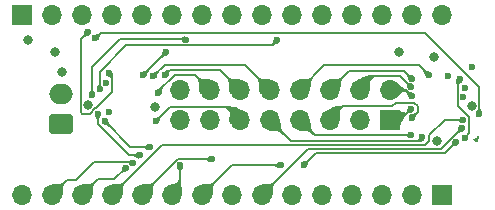
<source format=gbr>
%TF.GenerationSoftware,KiCad,Pcbnew,7.0.8*%
%TF.CreationDate,2023-11-26T17:58:30+01:00*%
%TF.ProjectId,LvL_shifter_shield,4c764c5f-7368-4696-9674-65725f736869,rev?*%
%TF.SameCoordinates,Original*%
%TF.FileFunction,Copper,L2,Inr*%
%TF.FilePolarity,Positive*%
%FSLAX46Y46*%
G04 Gerber Fmt 4.6, Leading zero omitted, Abs format (unit mm)*
G04 Created by KiCad (PCBNEW 7.0.8) date 2023-11-26 17:58:30*
%MOMM*%
%LPD*%
G01*
G04 APERTURE LIST*
G04 Aperture macros list*
%AMRoundRect*
0 Rectangle with rounded corners*
0 $1 Rounding radius*
0 $2 $3 $4 $5 $6 $7 $8 $9 X,Y pos of 4 corners*
0 Add a 4 corners polygon primitive as box body*
4,1,4,$2,$3,$4,$5,$6,$7,$8,$9,$2,$3,0*
0 Add four circle primitives for the rounded corners*
1,1,$1+$1,$2,$3*
1,1,$1+$1,$4,$5*
1,1,$1+$1,$6,$7*
1,1,$1+$1,$8,$9*
0 Add four rect primitives between the rounded corners*
20,1,$1+$1,$2,$3,$4,$5,0*
20,1,$1+$1,$4,$5,$6,$7,0*
20,1,$1+$1,$6,$7,$8,$9,0*
20,1,$1+$1,$8,$9,$2,$3,0*%
G04 Aperture macros list end*
%TA.AperFunction,ComponentPad*%
%ADD10RoundRect,0.250000X0.750000X-0.600000X0.750000X0.600000X-0.750000X0.600000X-0.750000X-0.600000X0*%
%TD*%
%TA.AperFunction,ComponentPad*%
%ADD11O,2.000000X1.700000*%
%TD*%
%TA.AperFunction,ComponentPad*%
%ADD12R,1.700000X1.700000*%
%TD*%
%TA.AperFunction,ComponentPad*%
%ADD13O,1.700000X1.700000*%
%TD*%
%TA.AperFunction,ViaPad*%
%ADD14C,0.800000*%
%TD*%
%TA.AperFunction,ViaPad*%
%ADD15C,0.600000*%
%TD*%
%TA.AperFunction,Conductor*%
%ADD16C,0.150000*%
%TD*%
G04 APERTURE END LIST*
D10*
%TO.N,GND*%
%TO.C,J1*%
X109296200Y-87310600D03*
D11*
%TO.N,Net-(J1-Pin_2)*%
X109296200Y-84810600D03*
%TD*%
D12*
%TO.N,/G1*%
%TO.C,J2*%
X137160000Y-86995000D03*
D13*
%TO.N,/R1*%
X137160000Y-84455000D03*
%TO.N,GND*%
X134620000Y-86995000D03*
%TO.N,/B1*%
X134620000Y-84455000D03*
%TO.N,/G2*%
X132080000Y-86995000D03*
%TO.N,/R2*%
X132080000Y-84455000D03*
%TO.N,/E*%
X129540000Y-86995000D03*
%TO.N,/B2*%
X129540000Y-84455000D03*
%TO.N,/B*%
X127000000Y-86995000D03*
%TO.N,/A*%
X127000000Y-84455000D03*
%TO.N,/D*%
X124460000Y-86995000D03*
%TO.N,/C*%
X124460000Y-84455000D03*
%TO.N,/LAT*%
X121920000Y-86995000D03*
%TO.N,/CLK*%
X121920000Y-84455000D03*
%TO.N,GND*%
X119380000Y-86995000D03*
%TO.N,/OE*%
X119380000Y-84455000D03*
%TD*%
D12*
%TO.N,/PB22*%
%TO.C,J4*%
X141605000Y-93345000D03*
D13*
%TO.N,/PB23*%
X139065000Y-93345000D03*
%TO.N,/RESET2*%
X136525000Y-93345000D03*
%TO.N,GND*%
X133985000Y-93345000D03*
%TO.N,/PB10*%
X131445000Y-93345000D03*
%TO.N,/PB11*%
X128905000Y-93345000D03*
%TO.N,/PA07*%
X126365000Y-93345000D03*
%TO.N,/PA05*%
X123825000Y-93345000D03*
%TO.N,/PA04*%
X121285000Y-93345000D03*
%TO.N,/PA06*%
X118745000Y-93345000D03*
%TO.N,/PA18*%
X116205000Y-93345000D03*
%TO.N,/PA20*%
X113665000Y-93345000D03*
%TO.N,/PA21*%
X111125000Y-93345000D03*
%TO.N,/PA16*%
X108585000Y-93345000D03*
%TO.N,/PA19*%
X106045000Y-93345000D03*
%TD*%
D12*
%TO.N,/PA17*%
%TO.C,J3*%
X106019600Y-78105000D03*
D13*
%TO.N,+3.3V*%
X108559600Y-78105000D03*
%TO.N,/PA03*%
X111099600Y-78105000D03*
%TO.N,/PA02*%
X113639600Y-78105000D03*
%TO.N,/PB02*%
X116179600Y-78105000D03*
%TO.N,/PA11*%
X118719600Y-78105000D03*
%TO.N,/PA10*%
X121259600Y-78105000D03*
%TO.N,/PB08*%
X123799600Y-78105000D03*
%TO.N,/PB09*%
X126339600Y-78105000D03*
%TO.N,/PA09*%
X128879600Y-78105000D03*
%TO.N,/PB03*%
X131419600Y-78105000D03*
%TO.N,+5V*%
X133959600Y-78105000D03*
%TO.N,/RESET*%
X136499600Y-78105000D03*
%TO.N,GND*%
X139039600Y-78105000D03*
%TO.N,/VIN*%
X141579600Y-78105000D03*
%TD*%
D14*
%TO.N,+5V*%
X117300798Y-85887100D03*
X140919200Y-81686400D03*
X141198600Y-88798400D03*
%TO.N,GND*%
X137936900Y-81280000D03*
X108839000Y-81280000D03*
%TO.N,+3.3V*%
X109448600Y-82931000D03*
D15*
X144094200Y-82473800D03*
D14*
X144094200Y-85852000D03*
X106502200Y-80213200D03*
X111658400Y-85699600D03*
D15*
%TO.N,/R1*%
X139014200Y-84963000D03*
%TO.N,/G1*%
X138988800Y-86049500D03*
%TO.N,/B1*%
X138988800Y-84201000D03*
%TO.N,/R2*%
X139014200Y-83489800D03*
%TO.N,/G2*%
X139014200Y-86791800D03*
%TO.N,/B2*%
X140462000Y-83176100D03*
%TO.N,/E*%
X138988800Y-88265000D03*
%TO.N,/A*%
X117144800Y-83312000D03*
%TO.N,/B*%
X139928600Y-88468200D03*
%TO.N,/C*%
X118160800Y-83185000D03*
%TO.N,/D*%
X117348000Y-87122000D03*
%TO.N,/CLK*%
X117584700Y-84685500D03*
%TO.N,/PA17*%
X144754600Y-86461600D03*
X112242600Y-80086200D03*
%TO.N,/PA02*%
X113436400Y-83032600D03*
X111601107Y-79578700D03*
%TO.N,/PA11*%
X116281200Y-83176100D03*
X113389665Y-86364065D03*
X118211600Y-81254600D03*
%TO.N,/PA10*%
X119913400Y-80195900D03*
X111963200Y-84886800D03*
%TO.N,/PA09*%
X127609600Y-80238600D03*
X112598200Y-84404200D03*
%TO.N,/PA07*%
X143256000Y-87706200D03*
%TO.N,/PA05*%
X116027200Y-89992200D03*
X113182400Y-83896200D03*
X112445800Y-86461600D03*
%TO.N,/PA04*%
X129870200Y-90830400D03*
X127939800Y-90830400D03*
X142753323Y-88879923D03*
%TO.N,/PA06*%
X119405400Y-90838500D03*
X113021900Y-87096600D03*
X116840000Y-89281000D03*
%TO.N,/PA18*%
X143560800Y-84302600D03*
X122097800Y-90297000D03*
%TO.N,/PA20*%
X143408400Y-86995000D03*
%TO.N,/PA21*%
X114833400Y-91033600D03*
X142138400Y-83261200D03*
%TO.N,/PA16*%
X143390377Y-85021177D03*
X115468400Y-90678000D03*
%TO.N,/PA19*%
X143078200Y-83540600D03*
X143510000Y-88493600D03*
%TD*%
D16*
%TO.N,GND*%
X119380000Y-86385400D02*
X119380000Y-86995000D01*
%TO.N,/R1*%
X138506200Y-84455000D02*
X137160000Y-84455000D01*
X139014200Y-84963000D02*
X138506200Y-84455000D01*
%TO.N,/G1*%
X138043300Y-86995000D02*
X137160000Y-86995000D01*
X138988800Y-86049500D02*
X138043300Y-86995000D01*
%TO.N,/B1*%
X135813800Y-83261200D02*
X134620000Y-84455000D01*
X138988800Y-84201000D02*
X138049000Y-83261200D01*
X138049000Y-83261200D02*
X135813800Y-83261200D01*
%TO.N,/R2*%
X139014200Y-83489800D02*
X138353800Y-82829400D01*
X133705600Y-82829400D02*
X132080000Y-84455000D01*
X138353800Y-82829400D02*
X133705600Y-82829400D01*
%TO.N,/G2*%
X139014200Y-86791800D02*
X139522200Y-86283800D01*
X139522200Y-86283800D02*
X139522200Y-85801200D01*
X137363200Y-85852000D02*
X133223000Y-85852000D01*
X139522200Y-85801200D02*
X139242800Y-85521800D01*
X137693400Y-85521800D02*
X137363200Y-85852000D01*
X133223000Y-85852000D02*
X132080000Y-86995000D01*
X139242800Y-85521800D02*
X137693400Y-85521800D01*
%TO.N,/B2*%
X140462000Y-83176100D02*
X139658100Y-82372200D01*
X131622800Y-82372200D02*
X129540000Y-84455000D01*
X139658100Y-82372200D02*
X131622800Y-82372200D01*
%TO.N,/E*%
X130810000Y-88265000D02*
X129540000Y-86995000D01*
X138988800Y-88265000D02*
X130810000Y-88265000D01*
%TO.N,/A*%
X117144800Y-83312000D02*
X118110000Y-82346800D01*
X124891800Y-82346800D02*
X127000000Y-84455000D01*
X118110000Y-82346800D02*
X124891800Y-82346800D01*
%TO.N,/B*%
X128803400Y-88798400D02*
X127000000Y-86995000D01*
X139598400Y-88798400D02*
X128803400Y-88798400D01*
X139928600Y-88468200D02*
X139598400Y-88798400D01*
%TO.N,/C*%
X118160800Y-83185000D02*
X118541800Y-82804000D01*
X122809000Y-82804000D02*
X124460000Y-84455000D01*
X118541800Y-82804000D02*
X122809000Y-82804000D01*
%TO.N,/D*%
X123342400Y-85877400D02*
X124460000Y-86995000D01*
X117348000Y-87122000D02*
X118592600Y-85877400D01*
X118592600Y-85877400D02*
X123342400Y-85877400D01*
%TO.N,/CLK*%
X117584700Y-84573900D02*
X118948200Y-83210400D01*
X120675400Y-83210400D02*
X121920000Y-84455000D01*
X117584700Y-84685500D02*
X117584700Y-84573900D01*
X118948200Y-83210400D02*
X120675400Y-83210400D01*
%TO.N,/PA17*%
X144754600Y-84213700D02*
X144754600Y-86461600D01*
X140144500Y-79603600D02*
X144754600Y-84213700D01*
X112725200Y-79603600D02*
X140144500Y-79603600D01*
X112242600Y-80086200D02*
X112725200Y-79603600D01*
%TO.N,/PA02*%
X113657400Y-84589600D02*
X113657400Y-83253600D01*
X111023400Y-86360000D02*
X111150400Y-86487000D01*
X111150400Y-86487000D02*
X111748648Y-86487000D01*
X112260400Y-85986600D02*
X113657400Y-84589600D01*
X111601107Y-79578700D02*
X111023400Y-80156407D01*
X113657400Y-83253600D02*
X113436400Y-83032600D01*
X111023400Y-80156407D02*
X111023400Y-86360000D01*
X112249048Y-85986600D02*
X112260400Y-85986600D01*
X111748648Y-86487000D02*
X112249048Y-85986600D01*
%TO.N,/PA11*%
X116290100Y-83176100D02*
X118211600Y-81254600D01*
X116281200Y-83176100D02*
X116290100Y-83176100D01*
X118331000Y-78493600D02*
X118719600Y-78105000D01*
X116366300Y-83176100D02*
X116281200Y-83176100D01*
X116281200Y-83176100D02*
X116281200Y-83159600D01*
%TO.N,/PA10*%
X111963200Y-82499200D02*
X111963200Y-84886800D01*
X119913400Y-80195900D02*
X119829100Y-80111600D01*
X119829100Y-80111600D02*
X114350800Y-80111600D01*
X114350800Y-80111600D02*
X111963200Y-82499200D01*
%TO.N,/PA09*%
X127177800Y-80670400D02*
X114858800Y-80670400D01*
X114858800Y-80670400D02*
X112598200Y-82931000D01*
X127609600Y-80238600D02*
X127177800Y-80670400D01*
X112598200Y-82931000D02*
X112598200Y-84404200D01*
%TO.N,/PA07*%
X130251200Y-89458800D02*
X126365000Y-93345000D01*
X141503400Y-89458800D02*
X130251200Y-89458800D01*
X143256000Y-87706200D02*
X141503400Y-89458800D01*
%TO.N,/PA05*%
X112445800Y-87325200D02*
X115112800Y-89992200D01*
X112445800Y-86461600D02*
X112445800Y-87325200D01*
X115112800Y-89992200D02*
X116027200Y-89992200D01*
%TO.N,/PA04*%
X123799600Y-90830400D02*
X121285000Y-93345000D01*
X127939800Y-90830400D02*
X123799600Y-90830400D01*
X141844246Y-89789000D02*
X142753323Y-88879923D01*
X129870200Y-90830400D02*
X130911600Y-89789000D01*
X130911600Y-89789000D02*
X141844246Y-89789000D01*
%TO.N,/PA06*%
X119405400Y-90838500D02*
X119405400Y-92684600D01*
X119405400Y-92684600D02*
X118745000Y-93345000D01*
X113021900Y-87096600D02*
X115206300Y-89281000D01*
X115206300Y-89281000D02*
X116840000Y-89281000D01*
%TO.N,/PA18*%
X119253000Y-90297000D02*
X116205000Y-93345000D01*
X122097800Y-90297000D02*
X119253000Y-90297000D01*
%TO.N,/PA20*%
X140512800Y-88747600D02*
X140157200Y-89103200D01*
X140157200Y-89103200D02*
X117906800Y-89103200D01*
X140512800Y-88290400D02*
X140512800Y-88747600D01*
X117906800Y-89103200D02*
X113665000Y-93345000D01*
X141808200Y-86995000D02*
X140512800Y-88290400D01*
X143408400Y-86995000D02*
X141808200Y-86995000D01*
%TO.N,/PA21*%
X114833400Y-91033600D02*
X113842800Y-92024200D01*
X112445800Y-92024200D02*
X111125000Y-93345000D01*
X113842800Y-92024200D02*
X112445800Y-92024200D01*
%TO.N,/PA16*%
X115349000Y-90558600D02*
X112158800Y-90558600D01*
X110642400Y-92075000D02*
X109855000Y-92075000D01*
X109855000Y-92075000D02*
X108585000Y-93345000D01*
X112158800Y-90558600D02*
X110642400Y-92075000D01*
X115468400Y-90678000D02*
X115349000Y-90558600D01*
%TO.N,/PA19*%
X142915377Y-85790777D02*
X142915377Y-83703423D01*
X142915377Y-83703423D02*
X143078200Y-83540600D01*
X143883400Y-88120200D02*
X143883400Y-86758800D01*
X143883400Y-86758800D02*
X142915377Y-85790777D01*
X143510000Y-88493600D02*
X143883400Y-88120200D01*
%TD*%
%TA.AperFunction,Conductor*%
%TO.N,/R2*%
G36*
X138651179Y-83019375D02*
G01*
X138741563Y-83095020D01*
X138741565Y-83095021D01*
X138741566Y-83095021D01*
X138741568Y-83095023D01*
X138824406Y-83134265D01*
X138906547Y-83152261D01*
X139002700Y-83170971D01*
X139003409Y-83171157D01*
X139117081Y-83208698D01*
X139123862Y-83214547D01*
X139124522Y-83223477D01*
X139124235Y-83224252D01*
X139016763Y-83485984D01*
X139010451Y-83492336D01*
X139010384Y-83492363D01*
X138748652Y-83599835D01*
X138739697Y-83599808D01*
X138733385Y-83593456D01*
X138733098Y-83592681D01*
X138695558Y-83479013D01*
X138695370Y-83478295D01*
X138676661Y-83382147D01*
X138658665Y-83300006D01*
X138619423Y-83217168D01*
X138619421Y-83217166D01*
X138619421Y-83217165D01*
X138619420Y-83217163D01*
X138543775Y-83126779D01*
X138541093Y-83118235D01*
X138544473Y-83110998D01*
X138635398Y-83020073D01*
X138643670Y-83016647D01*
X138651179Y-83019375D01*
G37*
%TD.AperFunction*%
%TD*%
%TA.AperFunction,Conductor*%
%TO.N,/PA06*%
G36*
X116729689Y-89014671D02*
G01*
X116730035Y-89015421D01*
X116839115Y-89276489D01*
X116839142Y-89285444D01*
X116839115Y-89285511D01*
X116730035Y-89546577D01*
X116723683Y-89552889D01*
X116714728Y-89552862D01*
X116713978Y-89552516D01*
X116648195Y-89519396D01*
X116607056Y-89498684D01*
X116606421Y-89498312D01*
X116525203Y-89443553D01*
X116454393Y-89398195D01*
X116368074Y-89367370D01*
X116368071Y-89367369D01*
X116368070Y-89367369D01*
X116345616Y-89365375D01*
X116250665Y-89356946D01*
X116242728Y-89352801D01*
X116240000Y-89345292D01*
X116240000Y-89216707D01*
X116243427Y-89208434D01*
X116250664Y-89205053D01*
X116368070Y-89194630D01*
X116454394Y-89163803D01*
X116525203Y-89118445D01*
X116606428Y-89063681D01*
X116607044Y-89063320D01*
X116713981Y-89009481D01*
X116722908Y-89008822D01*
X116729689Y-89014671D01*
G37*
%TD.AperFunction*%
%TD*%
%TA.AperFunction,Conductor*%
%TO.N,/PA19*%
G36*
X143081598Y-83543014D02*
G01*
X143281152Y-83743509D01*
X143284559Y-83751789D01*
X143281113Y-83760055D01*
X143280188Y-83760882D01*
X143199002Y-83826119D01*
X143197506Y-83827141D01*
X143150274Y-83854305D01*
X143116301Y-83873843D01*
X143050330Y-83917314D01*
X143006361Y-83980221D01*
X142991885Y-84075732D01*
X142987257Y-84083399D01*
X142980317Y-84085679D01*
X142851533Y-84085679D01*
X142843260Y-84082252D01*
X142839846Y-84074536D01*
X142839360Y-84064359D01*
X142833910Y-83949990D01*
X142818490Y-83854310D01*
X142800120Y-83772121D01*
X142800059Y-83771799D01*
X142795499Y-83743508D01*
X142784717Y-83676604D01*
X142784650Y-83675961D01*
X142778782Y-83552816D01*
X142781811Y-83544389D01*
X142789912Y-83540572D01*
X142790419Y-83540559D01*
X143073314Y-83539616D01*
X143081598Y-83543014D01*
G37*
%TD.AperFunction*%
%TD*%
%TA.AperFunction,Conductor*%
%TO.N,/A*%
G36*
X117523602Y-82842274D02*
G01*
X117614525Y-82933197D01*
X117617952Y-82941470D01*
X117615224Y-82948979D01*
X117539579Y-83039363D01*
X117539577Y-83039366D01*
X117539576Y-83039368D01*
X117524390Y-83071423D01*
X117500332Y-83122206D01*
X117482337Y-83204347D01*
X117463627Y-83300495D01*
X117463439Y-83301213D01*
X117425901Y-83414881D01*
X117420052Y-83421662D01*
X117411122Y-83422322D01*
X117410347Y-83422035D01*
X117148615Y-83314563D01*
X117142263Y-83308251D01*
X117142236Y-83308184D01*
X117065870Y-83122206D01*
X117034764Y-83046450D01*
X117034791Y-83037497D01*
X117041143Y-83031185D01*
X117041911Y-83030900D01*
X117155592Y-82993355D01*
X117156293Y-82993172D01*
X117252451Y-82974461D01*
X117334593Y-82956465D01*
X117417431Y-82917223D01*
X117507820Y-82841575D01*
X117516364Y-82838893D01*
X117523602Y-82842274D01*
G37*
%TD.AperFunction*%
%TD*%
%TA.AperFunction,Conductor*%
%TO.N,/PA06*%
G36*
X113296402Y-86986591D02*
G01*
X113302714Y-86992943D01*
X113303001Y-86993718D01*
X113340539Y-87107384D01*
X113340727Y-87108102D01*
X113359437Y-87204251D01*
X113377432Y-87286392D01*
X113390093Y-87313117D01*
X113416676Y-87369231D01*
X113416678Y-87369234D01*
X113416679Y-87369235D01*
X113492324Y-87459620D01*
X113495006Y-87468164D01*
X113491625Y-87475402D01*
X113400702Y-87566325D01*
X113392429Y-87569752D01*
X113384920Y-87567024D01*
X113294535Y-87491379D01*
X113294534Y-87491378D01*
X113294531Y-87491376D01*
X113238417Y-87464793D01*
X113211692Y-87452132D01*
X113129551Y-87434137D01*
X113033402Y-87415427D01*
X113032684Y-87415239D01*
X112919018Y-87377701D01*
X112912237Y-87371852D01*
X112911577Y-87362922D01*
X112911853Y-87362174D01*
X113019336Y-87100414D01*
X113025646Y-87094064D01*
X113287449Y-86986564D01*
X113296402Y-86986591D01*
G37*
%TD.AperFunction*%
%TD*%
%TA.AperFunction,Conductor*%
%TO.N,/PA18*%
G36*
X117361370Y-92097208D02*
G01*
X117452791Y-92188629D01*
X117456218Y-92196902D01*
X117453735Y-92204109D01*
X117229596Y-92490741D01*
X117143669Y-92745392D01*
X117126019Y-93000084D01*
X117100432Y-93293831D01*
X117100003Y-93296108D01*
X116993960Y-93657790D01*
X116988344Y-93664765D01*
X116979441Y-93665725D01*
X116978267Y-93665312D01*
X116208785Y-93347562D01*
X116202447Y-93341238D01*
X115884687Y-92571732D01*
X115884696Y-92562777D01*
X115891035Y-92556452D01*
X115892193Y-92556044D01*
X116253893Y-92449993D01*
X116256164Y-92449565D01*
X116549914Y-92423980D01*
X116804605Y-92406329D01*
X117059258Y-92320402D01*
X117345892Y-92096263D01*
X117354518Y-92093868D01*
X117361370Y-92097208D01*
G37*
%TD.AperFunction*%
%TD*%
%TA.AperFunction,Conductor*%
%TO.N,/PA04*%
G36*
X122441370Y-92097208D02*
G01*
X122532791Y-92188629D01*
X122536218Y-92196902D01*
X122533735Y-92204109D01*
X122309596Y-92490741D01*
X122223669Y-92745392D01*
X122206019Y-93000084D01*
X122180432Y-93293831D01*
X122180003Y-93296108D01*
X122073960Y-93657790D01*
X122068344Y-93664765D01*
X122059441Y-93665725D01*
X122058267Y-93665312D01*
X121288785Y-93347562D01*
X121282447Y-93341238D01*
X120964687Y-92571732D01*
X120964696Y-92562777D01*
X120971035Y-92556452D01*
X120972193Y-92556044D01*
X121333893Y-92449993D01*
X121336164Y-92449565D01*
X121629914Y-92423980D01*
X121884605Y-92406329D01*
X122139258Y-92320402D01*
X122425892Y-92096263D01*
X122434518Y-92093868D01*
X122441370Y-92097208D01*
G37*
%TD.AperFunction*%
%TD*%
%TA.AperFunction,Conductor*%
%TO.N,/PA17*%
G36*
X144827166Y-85865027D02*
G01*
X144830547Y-85872265D01*
X144840969Y-85989668D01*
X144840970Y-85989674D01*
X144871795Y-86075992D01*
X144871795Y-86075993D01*
X144917153Y-86146803D01*
X144971912Y-86228021D01*
X144972287Y-86228661D01*
X145026116Y-86335578D01*
X145026776Y-86344508D01*
X145020927Y-86351289D01*
X145020177Y-86351635D01*
X144759111Y-86460715D01*
X144750156Y-86460742D01*
X144750089Y-86460715D01*
X144489021Y-86351635D01*
X144482709Y-86345283D01*
X144482736Y-86336328D01*
X144483067Y-86335610D01*
X144536920Y-86228644D01*
X144537281Y-86228028D01*
X144592045Y-86146803D01*
X144637403Y-86075994D01*
X144668230Y-85989670D01*
X144678653Y-85872264D01*
X144682798Y-85864328D01*
X144690307Y-85861600D01*
X144818893Y-85861600D01*
X144827166Y-85865027D01*
G37*
%TD.AperFunction*%
%TD*%
%TA.AperFunction,Conductor*%
%TO.N,/E*%
G36*
X138878489Y-87998671D02*
G01*
X138878835Y-87999421D01*
X138987915Y-88260489D01*
X138987942Y-88269444D01*
X138987915Y-88269511D01*
X138878835Y-88530577D01*
X138872483Y-88536889D01*
X138863528Y-88536862D01*
X138862778Y-88536516D01*
X138796995Y-88503396D01*
X138755856Y-88482684D01*
X138755221Y-88482312D01*
X138674003Y-88427553D01*
X138603193Y-88382195D01*
X138516874Y-88351370D01*
X138516871Y-88351369D01*
X138516870Y-88351369D01*
X138494416Y-88349375D01*
X138399465Y-88340946D01*
X138391528Y-88336801D01*
X138388800Y-88329292D01*
X138388800Y-88200707D01*
X138392227Y-88192434D01*
X138399464Y-88189053D01*
X138516870Y-88178630D01*
X138603194Y-88147803D01*
X138674003Y-88102445D01*
X138755228Y-88047681D01*
X138755844Y-88047320D01*
X138862781Y-87993481D01*
X138871708Y-87992822D01*
X138878489Y-87998671D01*
G37*
%TD.AperFunction*%
%TD*%
%TA.AperFunction,Conductor*%
%TO.N,/PA10*%
G36*
X112035766Y-84290227D02*
G01*
X112039147Y-84297465D01*
X112049569Y-84414868D01*
X112049570Y-84414874D01*
X112080395Y-84501192D01*
X112080395Y-84501193D01*
X112125753Y-84572003D01*
X112180512Y-84653221D01*
X112180887Y-84653861D01*
X112234716Y-84760778D01*
X112235376Y-84769708D01*
X112229527Y-84776489D01*
X112228777Y-84776835D01*
X111967711Y-84885915D01*
X111958756Y-84885942D01*
X111958689Y-84885915D01*
X111697621Y-84776835D01*
X111691309Y-84770483D01*
X111691336Y-84761528D01*
X111691667Y-84760810D01*
X111745520Y-84653844D01*
X111745881Y-84653228D01*
X111800645Y-84572003D01*
X111846003Y-84501194D01*
X111876830Y-84414870D01*
X111887253Y-84297464D01*
X111891398Y-84289528D01*
X111898907Y-84286800D01*
X112027493Y-84286800D01*
X112035766Y-84290227D01*
G37*
%TD.AperFunction*%
%TD*%
%TA.AperFunction,Conductor*%
%TO.N,/PA21*%
G36*
X114567834Y-90923557D02*
G01*
X114769076Y-91006190D01*
X114829584Y-91031036D01*
X114835936Y-91037348D01*
X114835963Y-91037415D01*
X114943435Y-91299147D01*
X114943408Y-91308102D01*
X114937056Y-91314414D01*
X114936281Y-91314701D01*
X114822613Y-91352239D01*
X114821895Y-91352427D01*
X114725747Y-91371137D01*
X114643606Y-91389132D01*
X114594487Y-91412402D01*
X114560768Y-91428376D01*
X114560766Y-91428377D01*
X114560763Y-91428379D01*
X114470379Y-91504024D01*
X114461835Y-91506706D01*
X114454597Y-91503325D01*
X114363674Y-91412402D01*
X114360247Y-91404129D01*
X114362975Y-91396620D01*
X114438620Y-91306235D01*
X114438621Y-91306233D01*
X114438620Y-91306233D01*
X114438623Y-91306231D01*
X114477865Y-91223393D01*
X114495861Y-91141251D01*
X114514572Y-91045093D01*
X114514755Y-91044392D01*
X114552298Y-90930717D01*
X114558147Y-90923937D01*
X114567077Y-90923277D01*
X114567834Y-90923557D01*
G37*
%TD.AperFunction*%
%TD*%
%TA.AperFunction,Conductor*%
%TO.N,/PA11*%
G36*
X117946034Y-81144557D02*
G01*
X118147276Y-81227190D01*
X118207784Y-81252036D01*
X118214136Y-81258348D01*
X118214163Y-81258415D01*
X118321635Y-81520147D01*
X118321608Y-81529102D01*
X118315256Y-81535414D01*
X118314481Y-81535701D01*
X118200813Y-81573239D01*
X118200095Y-81573427D01*
X118103947Y-81592137D01*
X118021806Y-81610132D01*
X117972687Y-81633402D01*
X117938968Y-81649376D01*
X117938966Y-81649377D01*
X117938963Y-81649379D01*
X117848579Y-81725024D01*
X117840035Y-81727706D01*
X117832797Y-81724325D01*
X117741874Y-81633402D01*
X117738447Y-81625129D01*
X117741175Y-81617620D01*
X117816820Y-81527235D01*
X117816821Y-81527233D01*
X117816820Y-81527233D01*
X117816823Y-81527231D01*
X117856065Y-81444393D01*
X117874061Y-81362251D01*
X117892772Y-81266093D01*
X117892955Y-81265392D01*
X117930498Y-81151717D01*
X117936347Y-81144937D01*
X117945277Y-81144277D01*
X117946034Y-81144557D01*
G37*
%TD.AperFunction*%
%TD*%
%TA.AperFunction,Conductor*%
%TO.N,/A*%
G36*
X125859107Y-83206263D02*
G01*
X126145740Y-83430402D01*
X126400393Y-83516329D01*
X126655084Y-83533980D01*
X126948832Y-83559565D01*
X126951107Y-83559993D01*
X127312791Y-83666039D01*
X127319765Y-83671655D01*
X127320725Y-83680558D01*
X127320312Y-83681732D01*
X127002562Y-84451214D01*
X126996237Y-84457553D01*
X126996214Y-84457562D01*
X126226732Y-84775312D01*
X126217777Y-84775303D01*
X126211452Y-84768964D01*
X126211042Y-84767800D01*
X126104993Y-84406107D01*
X126104565Y-84403831D01*
X126078980Y-84110084D01*
X126061329Y-83855393D01*
X125975402Y-83600740D01*
X125751263Y-83314107D01*
X125748868Y-83305481D01*
X125752207Y-83298630D01*
X125843630Y-83207207D01*
X125851902Y-83203781D01*
X125859107Y-83206263D01*
G37*
%TD.AperFunction*%
%TD*%
%TA.AperFunction,Conductor*%
%TO.N,/PA10*%
G36*
X119803104Y-79929532D02*
G01*
X119803149Y-79929637D01*
X119912515Y-80191389D01*
X119912542Y-80200344D01*
X119912515Y-80200411D01*
X119803754Y-80460715D01*
X119797402Y-80467027D01*
X119788447Y-80467000D01*
X119787045Y-80466300D01*
X119680147Y-80403695D01*
X119677762Y-80401847D01*
X119603310Y-80326950D01*
X119603108Y-80326736D01*
X119585700Y-80307363D01*
X119540606Y-80257177D01*
X119459957Y-80206306D01*
X119459956Y-80206305D01*
X119459955Y-80206305D01*
X119340112Y-80188109D01*
X119332447Y-80183480D01*
X119330168Y-80176542D01*
X119330168Y-80047974D01*
X119333595Y-80039701D01*
X119341537Y-80036279D01*
X119450204Y-80033214D01*
X119513171Y-80024698D01*
X119535120Y-80021730D01*
X119535121Y-80021730D01*
X119535122Y-80021729D01*
X119535126Y-80021729D01*
X119606872Y-80000150D01*
X119687381Y-79966484D01*
X119787738Y-79923396D01*
X119796691Y-79923282D01*
X119803104Y-79929532D01*
G37*
%TD.AperFunction*%
%TD*%
%TA.AperFunction,Conductor*%
%TO.N,/PA11*%
G36*
X116663530Y-82711672D02*
G01*
X116754459Y-82802601D01*
X116757886Y-82810874D01*
X116755127Y-82818420D01*
X116679589Y-82907920D01*
X116639390Y-82989693D01*
X116639387Y-82989700D01*
X116620060Y-83070672D01*
X116600258Y-83165687D01*
X116600078Y-83166352D01*
X116562334Y-83279048D01*
X116556458Y-83285804D01*
X116547524Y-83286426D01*
X116546796Y-83286155D01*
X116285015Y-83178663D01*
X116278663Y-83172351D01*
X116278636Y-83172284D01*
X116171188Y-82910609D01*
X116171215Y-82901654D01*
X116177567Y-82895342D01*
X116178385Y-82895041D01*
X116292517Y-82857968D01*
X116293296Y-82857774D01*
X116390233Y-82840464D01*
X116473277Y-82824149D01*
X116556906Y-82786255D01*
X116647794Y-82710935D01*
X116656348Y-82708296D01*
X116663530Y-82711672D01*
G37*
%TD.AperFunction*%
%TD*%
%TA.AperFunction,Conductor*%
%TO.N,/PA18*%
G36*
X121987489Y-90030671D02*
G01*
X121987835Y-90031421D01*
X122096915Y-90292489D01*
X122096942Y-90301444D01*
X122096915Y-90301511D01*
X121987835Y-90562577D01*
X121981483Y-90568889D01*
X121972528Y-90568862D01*
X121971778Y-90568516D01*
X121905995Y-90535396D01*
X121864856Y-90514684D01*
X121864221Y-90514312D01*
X121783003Y-90459553D01*
X121712193Y-90414195D01*
X121625874Y-90383370D01*
X121625871Y-90383369D01*
X121625870Y-90383369D01*
X121603416Y-90381375D01*
X121508465Y-90372946D01*
X121500528Y-90368801D01*
X121497800Y-90361292D01*
X121497800Y-90232707D01*
X121501227Y-90224434D01*
X121508464Y-90221053D01*
X121625870Y-90210630D01*
X121712194Y-90179803D01*
X121783003Y-90134445D01*
X121864228Y-90079681D01*
X121864844Y-90079320D01*
X121971781Y-90025481D01*
X121980708Y-90024822D01*
X121987489Y-90030671D01*
G37*
%TD.AperFunction*%
%TD*%
%TA.AperFunction,Conductor*%
%TO.N,/R1*%
G36*
X137769278Y-83861315D02*
G01*
X138004237Y-84071136D01*
X138004238Y-84071137D01*
X138197144Y-84201999D01*
X138373127Y-84303998D01*
X138373456Y-84304204D01*
X138565892Y-84434747D01*
X138566494Y-84435216D01*
X138800173Y-84643895D01*
X138804061Y-84651961D01*
X138801107Y-84660414D01*
X138800653Y-84660894D01*
X138709878Y-84751669D01*
X138701605Y-84755096D01*
X138695469Y-84753358D01*
X138456905Y-84606430D01*
X138456903Y-84606429D01*
X138248781Y-84655631D01*
X138042069Y-84828930D01*
X137800708Y-85048680D01*
X137798900Y-85050032D01*
X137496934Y-85233227D01*
X137488083Y-85234588D01*
X137480862Y-85229293D01*
X137480061Y-85227712D01*
X137162293Y-84461526D01*
X137162289Y-84452571D01*
X137164834Y-84448764D01*
X137753223Y-83861758D01*
X137761499Y-83858342D01*
X137769278Y-83861315D01*
G37*
%TD.AperFunction*%
%TD*%
%TA.AperFunction,Conductor*%
%TO.N,/PA05*%
G36*
X115916889Y-89725871D02*
G01*
X115917235Y-89726621D01*
X116026315Y-89987689D01*
X116026342Y-89996644D01*
X116026315Y-89996711D01*
X115917235Y-90257777D01*
X115910883Y-90264089D01*
X115901928Y-90264062D01*
X115901178Y-90263716D01*
X115835395Y-90230596D01*
X115794256Y-90209884D01*
X115793621Y-90209512D01*
X115712403Y-90154753D01*
X115641593Y-90109395D01*
X115555274Y-90078570D01*
X115555271Y-90078569D01*
X115555270Y-90078569D01*
X115532816Y-90076575D01*
X115437865Y-90068146D01*
X115429928Y-90064001D01*
X115427200Y-90056492D01*
X115427200Y-89927907D01*
X115430627Y-89919634D01*
X115437864Y-89916253D01*
X115555270Y-89905830D01*
X115641594Y-89875003D01*
X115712403Y-89829645D01*
X115793628Y-89774881D01*
X115794244Y-89774520D01*
X115901181Y-89720681D01*
X115910108Y-89720022D01*
X115916889Y-89725871D01*
G37*
%TD.AperFunction*%
%TD*%
%TA.AperFunction,Conductor*%
%TO.N,/PA06*%
G36*
X119600191Y-90918887D02*
G01*
X119670977Y-90948464D01*
X119677289Y-90954816D01*
X119677262Y-90963771D01*
X119676916Y-90964521D01*
X119623087Y-91071437D01*
X119622712Y-91072077D01*
X119567953Y-91153296D01*
X119522595Y-91224104D01*
X119522595Y-91224105D01*
X119491770Y-91310423D01*
X119491769Y-91310429D01*
X119481347Y-91427835D01*
X119477202Y-91435772D01*
X119469693Y-91438500D01*
X119341107Y-91438500D01*
X119332834Y-91435073D01*
X119329453Y-91427835D01*
X119319030Y-91310428D01*
X119288203Y-91224104D01*
X119242845Y-91153296D01*
X119188086Y-91072077D01*
X119187716Y-91071447D01*
X119133881Y-90964518D01*
X119133222Y-90955591D01*
X119139071Y-90948810D01*
X119139808Y-90948469D01*
X119400890Y-90839383D01*
X119409844Y-90839357D01*
X119600191Y-90918887D01*
G37*
%TD.AperFunction*%
%TD*%
%TA.AperFunction,Conductor*%
%TO.N,/PA07*%
G36*
X142990434Y-87596157D02*
G01*
X143191676Y-87678790D01*
X143252184Y-87703636D01*
X143258536Y-87709948D01*
X143258563Y-87710015D01*
X143366035Y-87971747D01*
X143366008Y-87980702D01*
X143359656Y-87987014D01*
X143358881Y-87987301D01*
X143245213Y-88024839D01*
X143244495Y-88025027D01*
X143148347Y-88043737D01*
X143066206Y-88061732D01*
X143017087Y-88085002D01*
X142983368Y-88100976D01*
X142983366Y-88100977D01*
X142983363Y-88100979D01*
X142892979Y-88176624D01*
X142884435Y-88179306D01*
X142877197Y-88175925D01*
X142786274Y-88085002D01*
X142782847Y-88076729D01*
X142785575Y-88069220D01*
X142861220Y-87978835D01*
X142861221Y-87978833D01*
X142861220Y-87978833D01*
X142861223Y-87978831D01*
X142900465Y-87895993D01*
X142918461Y-87813851D01*
X142937172Y-87717693D01*
X142937355Y-87716992D01*
X142974898Y-87603317D01*
X142980747Y-87596537D01*
X142989677Y-87595877D01*
X142990434Y-87596157D01*
G37*
%TD.AperFunction*%
%TD*%
%TA.AperFunction,Conductor*%
%TO.N,/PA16*%
G36*
X115464360Y-90381745D02*
G01*
X115468407Y-90389733D01*
X115468441Y-90390585D01*
X115469383Y-90673114D01*
X115465984Y-90681399D01*
X115465937Y-90681446D01*
X115265080Y-90881361D01*
X115256798Y-90884768D01*
X115248533Y-90881322D01*
X115248048Y-90880803D01*
X115243355Y-90875477D01*
X115179801Y-90803349D01*
X115179583Y-90803085D01*
X115124981Y-90732071D01*
X115072370Y-90678725D01*
X115002072Y-90645221D01*
X115002070Y-90645220D01*
X114904752Y-90634726D01*
X114896894Y-90630431D01*
X114894306Y-90623093D01*
X114894306Y-90494440D01*
X114897733Y-90486167D01*
X114905114Y-90482774D01*
X115038067Y-90472617D01*
X115138414Y-90446428D01*
X115224047Y-90415259D01*
X115224527Y-90415108D01*
X115323631Y-90389244D01*
X115325676Y-90388902D01*
X115455851Y-90378958D01*
X115464360Y-90381745D01*
G37*
%TD.AperFunction*%
%TD*%
%TA.AperFunction,Conductor*%
%TO.N,/PA04*%
G36*
X142487757Y-88769880D02*
G01*
X142688999Y-88852513D01*
X142749507Y-88877359D01*
X142755859Y-88883671D01*
X142755886Y-88883738D01*
X142863358Y-89145470D01*
X142863331Y-89154425D01*
X142856979Y-89160737D01*
X142856204Y-89161024D01*
X142742536Y-89198562D01*
X142741818Y-89198750D01*
X142645670Y-89217460D01*
X142563529Y-89235455D01*
X142514410Y-89258725D01*
X142480691Y-89274699D01*
X142480689Y-89274700D01*
X142480686Y-89274702D01*
X142390302Y-89350347D01*
X142381758Y-89353029D01*
X142374520Y-89349648D01*
X142283597Y-89258725D01*
X142280170Y-89250452D01*
X142282898Y-89242943D01*
X142358543Y-89152558D01*
X142358544Y-89152556D01*
X142358543Y-89152556D01*
X142358546Y-89152554D01*
X142397788Y-89069716D01*
X142415784Y-88987574D01*
X142434495Y-88891416D01*
X142434678Y-88890715D01*
X142472221Y-88777040D01*
X142478070Y-88770260D01*
X142487000Y-88769600D01*
X142487757Y-88769880D01*
G37*
%TD.AperFunction*%
%TD*%
%TA.AperFunction,Conductor*%
%TO.N,/PA07*%
G36*
X127521370Y-92097208D02*
G01*
X127612791Y-92188629D01*
X127616218Y-92196902D01*
X127613735Y-92204109D01*
X127389596Y-92490741D01*
X127303669Y-92745392D01*
X127286019Y-93000084D01*
X127260432Y-93293831D01*
X127260003Y-93296108D01*
X127153960Y-93657790D01*
X127148344Y-93664765D01*
X127139441Y-93665725D01*
X127138267Y-93665312D01*
X126368785Y-93347562D01*
X126362447Y-93341238D01*
X126044687Y-92571732D01*
X126044696Y-92562777D01*
X126051035Y-92556452D01*
X126052193Y-92556044D01*
X126413893Y-92449993D01*
X126416164Y-92449565D01*
X126709914Y-92423980D01*
X126964605Y-92406329D01*
X127219258Y-92320402D01*
X127505892Y-92096263D01*
X127514518Y-92093868D01*
X127521370Y-92097208D01*
G37*
%TD.AperFunction*%
%TD*%
%TA.AperFunction,Conductor*%
%TO.N,/C*%
G36*
X123319107Y-83206263D02*
G01*
X123605740Y-83430402D01*
X123860393Y-83516329D01*
X124115084Y-83533980D01*
X124408832Y-83559565D01*
X124411107Y-83559993D01*
X124772791Y-83666039D01*
X124779765Y-83671655D01*
X124780725Y-83680558D01*
X124780312Y-83681732D01*
X124462562Y-84451214D01*
X124456237Y-84457553D01*
X124456214Y-84457562D01*
X123686732Y-84775312D01*
X123677777Y-84775303D01*
X123671452Y-84768964D01*
X123671042Y-84767800D01*
X123564993Y-84406107D01*
X123564565Y-84403831D01*
X123538980Y-84110084D01*
X123521329Y-83855393D01*
X123435402Y-83600740D01*
X123211263Y-83314107D01*
X123208868Y-83305481D01*
X123212207Y-83298630D01*
X123303630Y-83207207D01*
X123311902Y-83203781D01*
X123319107Y-83206263D01*
G37*
%TD.AperFunction*%
%TD*%
%TA.AperFunction,Conductor*%
%TO.N,/B*%
G36*
X139663758Y-88358480D02*
G01*
X139925094Y-88466340D01*
X139931433Y-88472663D01*
X139931452Y-88472710D01*
X140038979Y-88734586D01*
X140038952Y-88743541D01*
X140032646Y-88749834D01*
X139906688Y-88802180D01*
X139807362Y-88839251D01*
X139806712Y-88839450D01*
X139778672Y-88846244D01*
X139718766Y-88860759D01*
X139717120Y-88861035D01*
X139613132Y-88870937D01*
X139612678Y-88870962D01*
X139550086Y-88871998D01*
X139477267Y-88873203D01*
X139468938Y-88869914D01*
X139465375Y-88861699D01*
X139465373Y-88861505D01*
X139465373Y-88732802D01*
X139468800Y-88724529D01*
X139474554Y-88721376D01*
X139556633Y-88703285D01*
X139597501Y-88648256D01*
X139611345Y-88566283D01*
X139621440Y-88466268D01*
X139621774Y-88464437D01*
X139647995Y-88366276D01*
X139653440Y-88359169D01*
X139662317Y-88357993D01*
X139663758Y-88358480D01*
G37*
%TD.AperFunction*%
%TD*%
%TA.AperFunction,Conductor*%
%TO.N,/PA21*%
G36*
X112281370Y-92097208D02*
G01*
X112372791Y-92188629D01*
X112376218Y-92196902D01*
X112373735Y-92204109D01*
X112149596Y-92490741D01*
X112063669Y-92745392D01*
X112046019Y-93000084D01*
X112020432Y-93293831D01*
X112020003Y-93296108D01*
X111913960Y-93657790D01*
X111908344Y-93664765D01*
X111899441Y-93665725D01*
X111898267Y-93665312D01*
X111128785Y-93347562D01*
X111122447Y-93341238D01*
X110804687Y-92571732D01*
X110804696Y-92562777D01*
X110811035Y-92556452D01*
X110812193Y-92556044D01*
X111173893Y-92449993D01*
X111176164Y-92449565D01*
X111469914Y-92423980D01*
X111724605Y-92406329D01*
X111979258Y-92320402D01*
X112265892Y-92096263D01*
X112274518Y-92093868D01*
X112281370Y-92097208D01*
G37*
%TD.AperFunction*%
%TD*%
%TA.AperFunction,Conductor*%
%TO.N,/G2*%
G36*
X133302803Y-85780573D02*
G01*
X133306546Y-85788708D01*
X133306555Y-85789159D01*
X133306555Y-85918016D01*
X133303128Y-85926289D01*
X133297876Y-85929319D01*
X133006905Y-86007088D01*
X133006903Y-86007089D01*
X132916087Y-86223000D01*
X132930972Y-86538194D01*
X132948352Y-86914673D01*
X132948124Y-86917570D01*
X132868149Y-87306415D01*
X132863126Y-87313828D01*
X132854332Y-87315518D01*
X132852216Y-87314869D01*
X132083487Y-86996856D01*
X132077153Y-86990527D01*
X132077146Y-86990511D01*
X132045829Y-86914673D01*
X131759077Y-86220255D01*
X131759086Y-86211301D01*
X131765162Y-86205088D01*
X132124553Y-86046329D01*
X132390234Y-85924332D01*
X132390713Y-85924137D01*
X132625721Y-85840862D01*
X132627627Y-85840365D01*
X132906920Y-85792471D01*
X132907676Y-85792393D01*
X133294406Y-85777468D01*
X133302803Y-85780573D01*
G37*
%TD.AperFunction*%
%TD*%
%TA.AperFunction,Conductor*%
%TO.N,/B1*%
G36*
X135821641Y-83189835D02*
G01*
X135825497Y-83197917D01*
X135825513Y-83198530D01*
X135825513Y-83327273D01*
X135822086Y-83335546D01*
X135816904Y-83338557D01*
X135520673Y-83419687D01*
X135520673Y-83419688D01*
X135435615Y-83644430D01*
X135460958Y-83971833D01*
X135487210Y-84361779D01*
X135487016Y-84364823D01*
X135408054Y-84766268D01*
X135403095Y-84773724D01*
X135394316Y-84775490D01*
X135392101Y-84774821D01*
X134623487Y-84456856D01*
X134617153Y-84450527D01*
X134617146Y-84450511D01*
X134581762Y-84364823D01*
X134299016Y-83680107D01*
X134299025Y-83671155D01*
X134304952Y-83665009D01*
X134519348Y-83566703D01*
X134661632Y-83501463D01*
X134922561Y-83366908D01*
X134922938Y-83366730D01*
X135152486Y-83268358D01*
X135154565Y-83267690D01*
X135428334Y-83207203D01*
X135430231Y-83206945D01*
X135813200Y-83186846D01*
X135821641Y-83189835D01*
G37*
%TD.AperFunction*%
%TD*%
%TA.AperFunction,Conductor*%
%TO.N,/CLK*%
G36*
X120779107Y-83206263D02*
G01*
X121065740Y-83430402D01*
X121320393Y-83516329D01*
X121575084Y-83533980D01*
X121868832Y-83559565D01*
X121871107Y-83559993D01*
X122232791Y-83666039D01*
X122239765Y-83671655D01*
X122240725Y-83680558D01*
X122240312Y-83681732D01*
X121922562Y-84451214D01*
X121916237Y-84457553D01*
X121916214Y-84457562D01*
X121146732Y-84775312D01*
X121137777Y-84775303D01*
X121131452Y-84768964D01*
X121131042Y-84767800D01*
X121024993Y-84406107D01*
X121024565Y-84403831D01*
X120998980Y-84110084D01*
X120981329Y-83855393D01*
X120895402Y-83600740D01*
X120671263Y-83314107D01*
X120668868Y-83305481D01*
X120672207Y-83298630D01*
X120763630Y-83207207D01*
X120771902Y-83203781D01*
X120779107Y-83206263D01*
G37*
%TD.AperFunction*%
%TD*%
%TA.AperFunction,Conductor*%
%TO.N,/PA09*%
G36*
X112670766Y-83807627D02*
G01*
X112674147Y-83814865D01*
X112684569Y-83932268D01*
X112684570Y-83932274D01*
X112715395Y-84018592D01*
X112715395Y-84018593D01*
X112760753Y-84089403D01*
X112815512Y-84170621D01*
X112815887Y-84171261D01*
X112869716Y-84278178D01*
X112870376Y-84287108D01*
X112864527Y-84293889D01*
X112863777Y-84294235D01*
X112602711Y-84403315D01*
X112593756Y-84403342D01*
X112593689Y-84403315D01*
X112332621Y-84294235D01*
X112326309Y-84287883D01*
X112326336Y-84278928D01*
X112326667Y-84278210D01*
X112380520Y-84171244D01*
X112380881Y-84170628D01*
X112435645Y-84089403D01*
X112481003Y-84018594D01*
X112511830Y-83932270D01*
X112522253Y-83814864D01*
X112526398Y-83806928D01*
X112533907Y-83804200D01*
X112662493Y-83804200D01*
X112670766Y-83807627D01*
G37*
%TD.AperFunction*%
%TD*%
%TA.AperFunction,Conductor*%
%TO.N,/PA06*%
G36*
X119477360Y-91921973D02*
G01*
X119480780Y-91929853D01*
X119492318Y-92272967D01*
X119492318Y-92272966D01*
X119520739Y-92523693D01*
X119554660Y-92739852D01*
X119583055Y-92990357D01*
X119583089Y-92990819D01*
X119594593Y-93332921D01*
X119591447Y-93341304D01*
X119583293Y-93345007D01*
X119582914Y-93345014D01*
X118749859Y-93345994D01*
X118741583Y-93342577D01*
X118154040Y-92754057D01*
X118150621Y-92745782D01*
X118154055Y-92737512D01*
X118155830Y-92736058D01*
X118462052Y-92532278D01*
X118465325Y-92530769D01*
X118782336Y-92440788D01*
X119059939Y-92374112D01*
X119256065Y-92232834D01*
X119328270Y-91927553D01*
X119333509Y-91920291D01*
X119339656Y-91918546D01*
X119469087Y-91918546D01*
X119477360Y-91921973D01*
G37*
%TD.AperFunction*%
%TD*%
%TA.AperFunction,Conductor*%
%TO.N,/PA16*%
G36*
X109741370Y-92097208D02*
G01*
X109832791Y-92188629D01*
X109836218Y-92196902D01*
X109833735Y-92204109D01*
X109609596Y-92490741D01*
X109523669Y-92745392D01*
X109506019Y-93000084D01*
X109480432Y-93293831D01*
X109480003Y-93296108D01*
X109373960Y-93657790D01*
X109368344Y-93664765D01*
X109359441Y-93665725D01*
X109358267Y-93665312D01*
X108588785Y-93347562D01*
X108582447Y-93341238D01*
X108264687Y-92571732D01*
X108264696Y-92562777D01*
X108271035Y-92556452D01*
X108272193Y-92556044D01*
X108633893Y-92449993D01*
X108636164Y-92449565D01*
X108929914Y-92423980D01*
X109184605Y-92406329D01*
X109439258Y-92320402D01*
X109725892Y-92096263D01*
X109734518Y-92093868D01*
X109741370Y-92097208D01*
G37*
%TD.AperFunction*%
%TD*%
%TA.AperFunction,Conductor*%
%TO.N,/PA02*%
G36*
X113724700Y-83032561D02*
G01*
X113732962Y-83036015D01*
X113736361Y-83044300D01*
X113735984Y-83158699D01*
X113734992Y-83248187D01*
X113733808Y-83325471D01*
X113732816Y-83414959D01*
X113732438Y-83529398D01*
X113728984Y-83537659D01*
X113720738Y-83541059D01*
X113591937Y-83541059D01*
X113583664Y-83537632D01*
X113580477Y-83531718D01*
X113579999Y-83529398D01*
X113560931Y-83436770D01*
X113503668Y-83383678D01*
X113503666Y-83383677D01*
X113503665Y-83383676D01*
X113421326Y-83353099D01*
X113326030Y-83316880D01*
X113323391Y-83315467D01*
X113235489Y-83252739D01*
X113230745Y-83245144D01*
X113232761Y-83236419D01*
X113233985Y-83234968D01*
X113432955Y-83035061D01*
X113441217Y-83031616D01*
X113724700Y-83032561D01*
G37*
%TD.AperFunction*%
%TD*%
%TA.AperFunction,Conductor*%
%TO.N,/R2*%
G36*
X133236370Y-83207208D02*
G01*
X133327791Y-83298629D01*
X133331218Y-83306902D01*
X133328735Y-83314109D01*
X133104596Y-83600741D01*
X133018669Y-83855392D01*
X133001019Y-84110084D01*
X132975432Y-84403831D01*
X132975003Y-84406108D01*
X132868960Y-84767790D01*
X132863344Y-84774765D01*
X132854441Y-84775725D01*
X132853267Y-84775312D01*
X132083785Y-84457562D01*
X132077447Y-84451238D01*
X131759687Y-83681732D01*
X131759696Y-83672777D01*
X131766035Y-83666452D01*
X131767193Y-83666044D01*
X132128893Y-83559993D01*
X132131164Y-83559565D01*
X132424914Y-83533980D01*
X132679605Y-83516329D01*
X132934258Y-83430402D01*
X133220892Y-83206263D01*
X133229518Y-83203868D01*
X133236370Y-83207208D01*
G37*
%TD.AperFunction*%
%TD*%
%TA.AperFunction,Conductor*%
%TO.N,/PA04*%
G36*
X127829489Y-90564071D02*
G01*
X127829835Y-90564821D01*
X127938915Y-90825889D01*
X127938942Y-90834844D01*
X127938915Y-90834911D01*
X127829835Y-91095977D01*
X127823483Y-91102289D01*
X127814528Y-91102262D01*
X127813778Y-91101916D01*
X127747995Y-91068796D01*
X127706856Y-91048084D01*
X127706221Y-91047712D01*
X127625003Y-90992953D01*
X127554193Y-90947595D01*
X127467874Y-90916770D01*
X127467871Y-90916769D01*
X127467870Y-90916769D01*
X127445416Y-90914775D01*
X127350465Y-90906346D01*
X127342528Y-90902201D01*
X127339800Y-90894692D01*
X127339800Y-90766107D01*
X127343227Y-90757834D01*
X127350464Y-90754453D01*
X127467870Y-90744030D01*
X127554194Y-90713203D01*
X127625003Y-90667845D01*
X127706228Y-90613081D01*
X127706844Y-90612720D01*
X127813781Y-90558881D01*
X127822708Y-90558222D01*
X127829489Y-90564071D01*
G37*
%TD.AperFunction*%
%TD*%
%TA.AperFunction,Conductor*%
%TO.N,/PA09*%
G36*
X127344034Y-80128557D02*
G01*
X127545276Y-80211190D01*
X127605784Y-80236036D01*
X127612136Y-80242348D01*
X127612163Y-80242415D01*
X127719635Y-80504147D01*
X127719608Y-80513102D01*
X127713256Y-80519414D01*
X127712481Y-80519701D01*
X127598813Y-80557239D01*
X127598095Y-80557427D01*
X127501947Y-80576137D01*
X127419806Y-80594132D01*
X127370687Y-80617402D01*
X127336968Y-80633376D01*
X127336966Y-80633377D01*
X127336963Y-80633379D01*
X127246579Y-80709024D01*
X127238035Y-80711706D01*
X127230797Y-80708325D01*
X127139874Y-80617402D01*
X127136447Y-80609129D01*
X127139175Y-80601620D01*
X127214820Y-80511235D01*
X127214821Y-80511233D01*
X127214820Y-80511233D01*
X127214823Y-80511231D01*
X127254065Y-80428393D01*
X127272061Y-80346251D01*
X127290772Y-80250093D01*
X127290955Y-80249392D01*
X127328498Y-80135717D01*
X127334347Y-80128937D01*
X127343277Y-80128277D01*
X127344034Y-80128557D01*
G37*
%TD.AperFunction*%
%TD*%
%TA.AperFunction,Conductor*%
%TO.N,/G1*%
G36*
X138018063Y-86150772D02*
G01*
X138121552Y-86224857D01*
X138121558Y-86224860D01*
X138121559Y-86224861D01*
X138233096Y-86286729D01*
X138233102Y-86286732D01*
X138233104Y-86286733D01*
X138258515Y-86296732D01*
X138344644Y-86330624D01*
X138344648Y-86330625D01*
X138344656Y-86330628D01*
X138456208Y-86356541D01*
X138563406Y-86364163D01*
X138570849Y-86367561D01*
X138665864Y-86462576D01*
X138669291Y-86470849D01*
X138666174Y-86478800D01*
X138541063Y-86613851D01*
X138541057Y-86613859D01*
X138408297Y-86795781D01*
X138275530Y-87016326D01*
X138142765Y-87275482D01*
X138142761Y-87275491D01*
X138015692Y-87560484D01*
X138009193Y-87566644D01*
X138000241Y-87566405D01*
X137998434Y-87565399D01*
X137991194Y-87560484D01*
X137189669Y-87016329D01*
X137170999Y-87003654D01*
X137166079Y-86996172D01*
X137167891Y-86987402D01*
X137169293Y-86985706D01*
X138002985Y-86152014D01*
X138011257Y-86148588D01*
X138018063Y-86150772D01*
G37*
%TD.AperFunction*%
%TD*%
%TA.AperFunction,Conductor*%
%TO.N,/CLK*%
G36*
X117897041Y-84171511D02*
G01*
X117987958Y-84262428D01*
X117991385Y-84270701D01*
X117989080Y-84277674D01*
X117917002Y-84374786D01*
X117917001Y-84374789D01*
X117894776Y-84467162D01*
X117898269Y-84559866D01*
X117898273Y-84560137D01*
X117897365Y-84665142D01*
X117896973Y-84668043D01*
X117865284Y-84787420D01*
X117859850Y-84794537D01*
X117850974Y-84795726D01*
X117849532Y-84795241D01*
X117588515Y-84688063D01*
X117582163Y-84681751D01*
X117582136Y-84681684D01*
X117532115Y-84559866D01*
X117474401Y-84419309D01*
X117474428Y-84410356D01*
X117480780Y-84404044D01*
X117480897Y-84403996D01*
X117505795Y-84394176D01*
X117583113Y-84363683D01*
X117616452Y-84350540D01*
X117664872Y-84331456D01*
X117731934Y-84297072D01*
X117801066Y-84245948D01*
X117880769Y-84171246D01*
X117889147Y-84168090D01*
X117897041Y-84171511D01*
G37*
%TD.AperFunction*%
%TD*%
%TA.AperFunction,Conductor*%
%TO.N,/C*%
G36*
X118599096Y-82732644D02*
G01*
X118602968Y-82740718D01*
X118602985Y-82741354D01*
X118602985Y-82869847D01*
X118599558Y-82878120D01*
X118594101Y-82881203D01*
X118507339Y-82902718D01*
X118472172Y-82966985D01*
X118472172Y-82966988D01*
X118468324Y-83061480D01*
X118466658Y-83174614D01*
X118466358Y-83177079D01*
X118441073Y-83286363D01*
X118435869Y-83293651D01*
X118427037Y-83295125D01*
X118425210Y-83294541D01*
X118345671Y-83261713D01*
X118164305Y-83186859D01*
X118157967Y-83180537D01*
X118050255Y-82918210D01*
X118050282Y-82909256D01*
X118056180Y-82903141D01*
X118128421Y-82869847D01*
X118179601Y-82846259D01*
X118274378Y-82796623D01*
X118274740Y-82796449D01*
X118357380Y-82760157D01*
X118359470Y-82759467D01*
X118457708Y-82737074D01*
X118459667Y-82736799D01*
X118590649Y-82729671D01*
X118599096Y-82732644D01*
G37*
%TD.AperFunction*%
%TD*%
%TA.AperFunction,Conductor*%
%TO.N,/R1*%
G36*
X138651179Y-84492575D02*
G01*
X138741563Y-84568220D01*
X138741565Y-84568221D01*
X138741566Y-84568221D01*
X138741568Y-84568223D01*
X138824406Y-84607465D01*
X138906547Y-84625461D01*
X139002700Y-84644171D01*
X139003409Y-84644357D01*
X139117081Y-84681898D01*
X139123862Y-84687747D01*
X139124522Y-84696677D01*
X139124235Y-84697452D01*
X139016763Y-84959184D01*
X139010451Y-84965536D01*
X139010384Y-84965563D01*
X138748652Y-85073035D01*
X138739697Y-85073008D01*
X138733385Y-85066656D01*
X138733098Y-85065881D01*
X138695558Y-84952213D01*
X138695370Y-84951495D01*
X138676661Y-84855347D01*
X138658665Y-84773206D01*
X138619423Y-84690368D01*
X138619421Y-84690366D01*
X138619421Y-84690365D01*
X138619420Y-84690363D01*
X138543775Y-84599979D01*
X138541093Y-84591435D01*
X138544473Y-84584198D01*
X138635398Y-84493273D01*
X138643670Y-84489847D01*
X138651179Y-84492575D01*
G37*
%TD.AperFunction*%
%TD*%
%TA.AperFunction,Conductor*%
%TO.N,/B*%
G36*
X127782222Y-86674696D02*
G01*
X127788547Y-86681035D01*
X127788960Y-86682209D01*
X127895003Y-87043890D01*
X127895432Y-87046167D01*
X127921019Y-87339914D01*
X127938669Y-87594605D01*
X128024597Y-87849258D01*
X128248735Y-88135890D01*
X128251131Y-88144518D01*
X128247791Y-88151370D01*
X128156370Y-88242791D01*
X128148097Y-88246218D01*
X128140890Y-88243735D01*
X128014009Y-88144518D01*
X127854258Y-88019597D01*
X127599605Y-87933669D01*
X127344914Y-87916019D01*
X127051167Y-87890432D01*
X127048890Y-87890003D01*
X126687209Y-87783960D01*
X126680234Y-87778344D01*
X126679274Y-87769441D01*
X126679687Y-87768267D01*
X126751399Y-87594605D01*
X126997438Y-86998783D01*
X127003759Y-86992448D01*
X127773267Y-86674687D01*
X127782222Y-86674696D01*
G37*
%TD.AperFunction*%
%TD*%
%TA.AperFunction,Conductor*%
%TO.N,/PA17*%
G36*
X112621402Y-79616474D02*
G01*
X112712325Y-79707397D01*
X112715752Y-79715670D01*
X112713024Y-79723179D01*
X112637379Y-79813563D01*
X112637377Y-79813566D01*
X112637376Y-79813568D01*
X112622190Y-79845623D01*
X112598132Y-79896406D01*
X112580137Y-79978547D01*
X112561427Y-80074695D01*
X112561239Y-80075413D01*
X112523701Y-80189081D01*
X112517852Y-80195862D01*
X112508922Y-80196522D01*
X112508147Y-80196235D01*
X112246415Y-80088763D01*
X112240063Y-80082451D01*
X112240036Y-80082384D01*
X112163670Y-79896406D01*
X112132564Y-79820650D01*
X112132591Y-79811697D01*
X112138943Y-79805385D01*
X112139711Y-79805100D01*
X112253392Y-79767555D01*
X112254093Y-79767372D01*
X112350251Y-79748661D01*
X112432393Y-79730665D01*
X112515231Y-79691423D01*
X112605620Y-79615775D01*
X112614164Y-79613093D01*
X112621402Y-79616474D01*
G37*
%TD.AperFunction*%
%TD*%
%TA.AperFunction,Conductor*%
%TO.N,/E*%
G36*
X130322222Y-86674696D02*
G01*
X130328547Y-86681035D01*
X130328960Y-86682209D01*
X130435003Y-87043890D01*
X130435432Y-87046167D01*
X130461019Y-87339914D01*
X130478669Y-87594605D01*
X130564597Y-87849258D01*
X130788735Y-88135890D01*
X130791131Y-88144518D01*
X130787791Y-88151370D01*
X130696370Y-88242791D01*
X130688097Y-88246218D01*
X130680890Y-88243735D01*
X130554009Y-88144518D01*
X130394258Y-88019597D01*
X130139605Y-87933669D01*
X129884914Y-87916019D01*
X129591167Y-87890432D01*
X129588890Y-87890003D01*
X129227209Y-87783960D01*
X129220234Y-87778344D01*
X129219274Y-87769441D01*
X129219687Y-87768267D01*
X129291399Y-87594605D01*
X129537438Y-86998783D01*
X129543759Y-86992448D01*
X130313267Y-86674687D01*
X130322222Y-86674696D01*
G37*
%TD.AperFunction*%
%TD*%
%TA.AperFunction,Conductor*%
%TO.N,/PA20*%
G36*
X143298089Y-86728671D02*
G01*
X143298435Y-86729421D01*
X143407515Y-86990489D01*
X143407542Y-86999444D01*
X143407515Y-86999511D01*
X143298435Y-87260577D01*
X143292083Y-87266889D01*
X143283128Y-87266862D01*
X143282378Y-87266516D01*
X143216595Y-87233396D01*
X143175456Y-87212684D01*
X143174821Y-87212312D01*
X143093603Y-87157553D01*
X143022793Y-87112195D01*
X142936474Y-87081370D01*
X142936471Y-87081369D01*
X142936470Y-87081369D01*
X142914016Y-87079375D01*
X142819065Y-87070946D01*
X142811128Y-87066801D01*
X142808400Y-87059292D01*
X142808400Y-86930707D01*
X142811827Y-86922434D01*
X142819064Y-86919053D01*
X142936470Y-86908630D01*
X143022794Y-86877803D01*
X143093603Y-86832445D01*
X143174828Y-86777681D01*
X143175444Y-86777320D01*
X143282381Y-86723481D01*
X143291308Y-86722822D01*
X143298089Y-86728671D01*
G37*
%TD.AperFunction*%
%TD*%
%TA.AperFunction,Conductor*%
%TO.N,/PA02*%
G36*
X111335541Y-79468657D02*
G01*
X111536783Y-79551290D01*
X111597291Y-79576136D01*
X111603643Y-79582448D01*
X111603670Y-79582515D01*
X111711142Y-79844247D01*
X111711115Y-79853202D01*
X111704763Y-79859514D01*
X111703988Y-79859801D01*
X111590320Y-79897339D01*
X111589602Y-79897527D01*
X111493454Y-79916237D01*
X111411313Y-79934232D01*
X111362194Y-79957502D01*
X111328475Y-79973476D01*
X111328473Y-79973477D01*
X111328470Y-79973479D01*
X111238086Y-80049124D01*
X111229542Y-80051806D01*
X111222304Y-80048425D01*
X111131381Y-79957502D01*
X111127954Y-79949229D01*
X111130682Y-79941720D01*
X111206327Y-79851335D01*
X111206328Y-79851333D01*
X111206327Y-79851333D01*
X111206330Y-79851331D01*
X111245572Y-79768493D01*
X111263568Y-79686351D01*
X111282279Y-79590193D01*
X111282462Y-79589492D01*
X111320005Y-79475817D01*
X111325854Y-79469037D01*
X111334784Y-79468377D01*
X111335541Y-79468657D01*
G37*
%TD.AperFunction*%
%TD*%
%TA.AperFunction,Conductor*%
%TO.N,/B1*%
G36*
X138625779Y-83730575D02*
G01*
X138716163Y-83806220D01*
X138716165Y-83806221D01*
X138716166Y-83806221D01*
X138716168Y-83806223D01*
X138799006Y-83845465D01*
X138852010Y-83857077D01*
X138854812Y-83858079D01*
X138888896Y-83875446D01*
X139014200Y-83895292D01*
X139014200Y-83895291D01*
X139014201Y-83895292D01*
X139015123Y-83895292D01*
X139015123Y-83895568D01*
X139018903Y-83895862D01*
X139091681Y-83919898D01*
X139098462Y-83925747D01*
X139099122Y-83934677D01*
X139098835Y-83935452D01*
X138991363Y-84197184D01*
X138985051Y-84203536D01*
X138984984Y-84203563D01*
X138723252Y-84311035D01*
X138714297Y-84311008D01*
X138707985Y-84304656D01*
X138707698Y-84303881D01*
X138670158Y-84190213D01*
X138669970Y-84189495D01*
X138651261Y-84093347D01*
X138633265Y-84011206D01*
X138594023Y-83928368D01*
X138594021Y-83928366D01*
X138594021Y-83928365D01*
X138594020Y-83928363D01*
X138518375Y-83837979D01*
X138515693Y-83829435D01*
X138519073Y-83822198D01*
X138609998Y-83731273D01*
X138618270Y-83727847D01*
X138625779Y-83730575D01*
G37*
%TD.AperFunction*%
%TD*%
%TA.AperFunction,Conductor*%
%TO.N,/D*%
G36*
X123234967Y-85802781D02*
G01*
X123623493Y-85815091D01*
X123624122Y-85815147D01*
X123905883Y-85856658D01*
X123907721Y-85857083D01*
X124145366Y-85932787D01*
X124145887Y-85932983D01*
X124413894Y-86048711D01*
X124774732Y-86205129D01*
X124780959Y-86211563D01*
X124780892Y-86220329D01*
X124462853Y-86990511D01*
X124456528Y-86996850D01*
X124456512Y-86996856D01*
X123687723Y-87314894D01*
X123678768Y-87314890D01*
X123672439Y-87308556D01*
X123671801Y-87306492D01*
X123591310Y-86923877D01*
X123591067Y-86921073D01*
X123604040Y-86551312D01*
X123613725Y-86242244D01*
X123599307Y-86209702D01*
X123520034Y-86030776D01*
X123231640Y-85954699D01*
X123224514Y-85949275D01*
X123222924Y-85943386D01*
X123222924Y-85814476D01*
X123226351Y-85806203D01*
X123234624Y-85802776D01*
X123234967Y-85802781D01*
G37*
%TD.AperFunction*%
%TD*%
%TA.AperFunction,Conductor*%
%TO.N,/PA20*%
G36*
X114821370Y-92097208D02*
G01*
X114912791Y-92188629D01*
X114916218Y-92196902D01*
X114913735Y-92204109D01*
X114689596Y-92490741D01*
X114603669Y-92745392D01*
X114586019Y-93000084D01*
X114560432Y-93293831D01*
X114560003Y-93296108D01*
X114453960Y-93657790D01*
X114448344Y-93664765D01*
X114439441Y-93665725D01*
X114438267Y-93665312D01*
X113668785Y-93347562D01*
X113662447Y-93341238D01*
X113344687Y-92571732D01*
X113344696Y-92562777D01*
X113351035Y-92556452D01*
X113352193Y-92556044D01*
X113713893Y-92449993D01*
X113716164Y-92449565D01*
X114009914Y-92423980D01*
X114264605Y-92406329D01*
X114519258Y-92320402D01*
X114805892Y-92096263D01*
X114814518Y-92093868D01*
X114821370Y-92097208D01*
G37*
%TD.AperFunction*%
%TD*%
%TA.AperFunction,Conductor*%
%TO.N,/G1*%
G36*
X138723234Y-85939457D02*
G01*
X138924476Y-86022090D01*
X138984984Y-86046936D01*
X138991336Y-86053248D01*
X138991363Y-86053315D01*
X139098835Y-86315047D01*
X139098808Y-86324002D01*
X139092456Y-86330314D01*
X139091681Y-86330601D01*
X138978013Y-86368139D01*
X138977295Y-86368327D01*
X138881147Y-86387037D01*
X138799006Y-86405032D01*
X138749887Y-86428302D01*
X138716168Y-86444276D01*
X138716166Y-86444277D01*
X138716163Y-86444279D01*
X138625779Y-86519924D01*
X138617235Y-86522606D01*
X138609997Y-86519225D01*
X138519074Y-86428302D01*
X138515647Y-86420029D01*
X138518375Y-86412520D01*
X138594020Y-86322135D01*
X138594021Y-86322133D01*
X138594020Y-86322133D01*
X138594023Y-86322131D01*
X138633265Y-86239293D01*
X138651261Y-86157151D01*
X138669972Y-86060993D01*
X138670155Y-86060292D01*
X138707698Y-85946617D01*
X138713547Y-85939837D01*
X138722477Y-85939177D01*
X138723234Y-85939457D01*
G37*
%TD.AperFunction*%
%TD*%
%TA.AperFunction,Conductor*%
%TO.N,/B2*%
G36*
X130696370Y-83207208D02*
G01*
X130787791Y-83298629D01*
X130791218Y-83306902D01*
X130788735Y-83314109D01*
X130564596Y-83600741D01*
X130478669Y-83855392D01*
X130461019Y-84110084D01*
X130435432Y-84403831D01*
X130435003Y-84406108D01*
X130328960Y-84767790D01*
X130323344Y-84774765D01*
X130314441Y-84775725D01*
X130313267Y-84775312D01*
X129543785Y-84457562D01*
X129537447Y-84451238D01*
X129219687Y-83681732D01*
X129219696Y-83672777D01*
X129226035Y-83666452D01*
X129227193Y-83666044D01*
X129588893Y-83559993D01*
X129591164Y-83559565D01*
X129884914Y-83533980D01*
X130139605Y-83516329D01*
X130394258Y-83430402D01*
X130680892Y-83206263D01*
X130689518Y-83203868D01*
X130696370Y-83207208D01*
G37*
%TD.AperFunction*%
%TD*%
%TA.AperFunction,Conductor*%
%TO.N,/D*%
G36*
X117726802Y-86652274D02*
G01*
X117817725Y-86743197D01*
X117821152Y-86751470D01*
X117818424Y-86758979D01*
X117742779Y-86849363D01*
X117742777Y-86849366D01*
X117742776Y-86849368D01*
X117727590Y-86881423D01*
X117703532Y-86932206D01*
X117685537Y-87014347D01*
X117666827Y-87110495D01*
X117666639Y-87111213D01*
X117629101Y-87224881D01*
X117623252Y-87231662D01*
X117614322Y-87232322D01*
X117613547Y-87232035D01*
X117351815Y-87124563D01*
X117345463Y-87118251D01*
X117345436Y-87118184D01*
X117269070Y-86932206D01*
X117237964Y-86856450D01*
X117237991Y-86847497D01*
X117244343Y-86841185D01*
X117245111Y-86840900D01*
X117358792Y-86803355D01*
X117359493Y-86803172D01*
X117455651Y-86784461D01*
X117537793Y-86766465D01*
X117620631Y-86727223D01*
X117711020Y-86651575D01*
X117719564Y-86648893D01*
X117726802Y-86652274D01*
G37*
%TD.AperFunction*%
%TD*%
%TA.AperFunction,Conductor*%
%TO.N,/PA04*%
G36*
X130249002Y-90360674D02*
G01*
X130339925Y-90451597D01*
X130343352Y-90459870D01*
X130340624Y-90467379D01*
X130264979Y-90557763D01*
X130264977Y-90557766D01*
X130264976Y-90557768D01*
X130249790Y-90589823D01*
X130225732Y-90640606D01*
X130207737Y-90722747D01*
X130189027Y-90818895D01*
X130188839Y-90819613D01*
X130151301Y-90933281D01*
X130145452Y-90940062D01*
X130136522Y-90940722D01*
X130135747Y-90940435D01*
X129874015Y-90832963D01*
X129867663Y-90826651D01*
X129867636Y-90826584D01*
X129791270Y-90640606D01*
X129760164Y-90564850D01*
X129760191Y-90555897D01*
X129766543Y-90549585D01*
X129767311Y-90549300D01*
X129880992Y-90511755D01*
X129881693Y-90511572D01*
X129977851Y-90492861D01*
X130059993Y-90474865D01*
X130142831Y-90435623D01*
X130233220Y-90359975D01*
X130241764Y-90357293D01*
X130249002Y-90360674D01*
G37*
%TD.AperFunction*%
%TD*%
%TA.AperFunction,Conductor*%
%TO.N,/PA19*%
G36*
X144698611Y-88393758D02*
G01*
X144702038Y-88402031D01*
X144702025Y-88402580D01*
X144696957Y-88510546D01*
X144696891Y-88511190D01*
X144683480Y-88595694D01*
X144683416Y-88596034D01*
X144667349Y-88669045D01*
X144667349Y-88669044D01*
X144653857Y-88754055D01*
X144653856Y-88754064D01*
X144648721Y-88863486D01*
X144644910Y-88871589D01*
X144637073Y-88874637D01*
X144356056Y-88875573D01*
X144347771Y-88872174D01*
X144345202Y-88868337D01*
X144238283Y-88609279D01*
X144238294Y-88600324D01*
X144244634Y-88594000D01*
X144245625Y-88593642D01*
X144333836Y-88566281D01*
X144334360Y-88566146D01*
X144421687Y-88547874D01*
X144490861Y-88524452D01*
X144536276Y-88477937D01*
X144550819Y-88399887D01*
X144555703Y-88392382D01*
X144562321Y-88390331D01*
X144690338Y-88390331D01*
X144698611Y-88393758D01*
G37*
%TD.AperFunction*%
%TD*%
%TA.AperFunction,Conductor*%
%TO.N,/G2*%
G36*
X139393002Y-86322074D02*
G01*
X139483925Y-86412997D01*
X139487352Y-86421270D01*
X139484624Y-86428779D01*
X139408979Y-86519163D01*
X139408977Y-86519166D01*
X139408976Y-86519168D01*
X139393790Y-86551223D01*
X139369732Y-86602006D01*
X139351737Y-86684147D01*
X139333027Y-86780295D01*
X139332839Y-86781013D01*
X139295301Y-86894681D01*
X139289452Y-86901462D01*
X139280522Y-86902122D01*
X139279747Y-86901835D01*
X139018015Y-86794363D01*
X139011663Y-86788051D01*
X139011636Y-86787984D01*
X138935270Y-86602006D01*
X138904164Y-86526250D01*
X138904191Y-86517297D01*
X138910543Y-86510985D01*
X138911311Y-86510700D01*
X139024992Y-86473155D01*
X139025693Y-86472972D01*
X139121851Y-86454261D01*
X139203993Y-86436265D01*
X139286831Y-86397023D01*
X139377220Y-86321375D01*
X139385764Y-86318693D01*
X139393002Y-86322074D01*
G37*
%TD.AperFunction*%
%TD*%
%TA.AperFunction,Conductor*%
%TO.N,/PA05*%
G36*
X112640591Y-86541987D02*
G01*
X112711377Y-86571564D01*
X112717689Y-86577916D01*
X112717662Y-86586871D01*
X112717316Y-86587621D01*
X112663487Y-86694537D01*
X112663112Y-86695177D01*
X112608353Y-86776396D01*
X112562995Y-86847204D01*
X112562995Y-86847205D01*
X112532170Y-86933523D01*
X112532169Y-86933529D01*
X112521747Y-87050935D01*
X112517602Y-87058872D01*
X112510093Y-87061600D01*
X112381507Y-87061600D01*
X112373234Y-87058173D01*
X112369853Y-87050935D01*
X112359430Y-86933528D01*
X112328603Y-86847204D01*
X112283245Y-86776396D01*
X112228486Y-86695177D01*
X112228116Y-86694547D01*
X112174281Y-86587618D01*
X112173622Y-86578691D01*
X112179471Y-86571910D01*
X112180208Y-86571569D01*
X112441290Y-86462483D01*
X112450244Y-86462457D01*
X112640591Y-86541987D01*
G37*
%TD.AperFunction*%
%TD*%
%TA.AperFunction,Conductor*%
%TO.N,/B2*%
G36*
X140098979Y-82705675D02*
G01*
X140189363Y-82781320D01*
X140189365Y-82781321D01*
X140189366Y-82781321D01*
X140189368Y-82781323D01*
X140272206Y-82820565D01*
X140354347Y-82838561D01*
X140450500Y-82857271D01*
X140451209Y-82857457D01*
X140564881Y-82894998D01*
X140571662Y-82900847D01*
X140572322Y-82909777D01*
X140572035Y-82910552D01*
X140464563Y-83172284D01*
X140458251Y-83178636D01*
X140458184Y-83178663D01*
X140196452Y-83286135D01*
X140187497Y-83286108D01*
X140181185Y-83279756D01*
X140180898Y-83278981D01*
X140143358Y-83165313D01*
X140143170Y-83164595D01*
X140124461Y-83068447D01*
X140106465Y-82986306D01*
X140067223Y-82903468D01*
X140067221Y-82903466D01*
X140067221Y-82903465D01*
X140067220Y-82903463D01*
X139991575Y-82813079D01*
X139988893Y-82804535D01*
X139992273Y-82797298D01*
X140083198Y-82706373D01*
X140091470Y-82702947D01*
X140098979Y-82705675D01*
G37*
%TD.AperFunction*%
%TD*%
M02*

</source>
